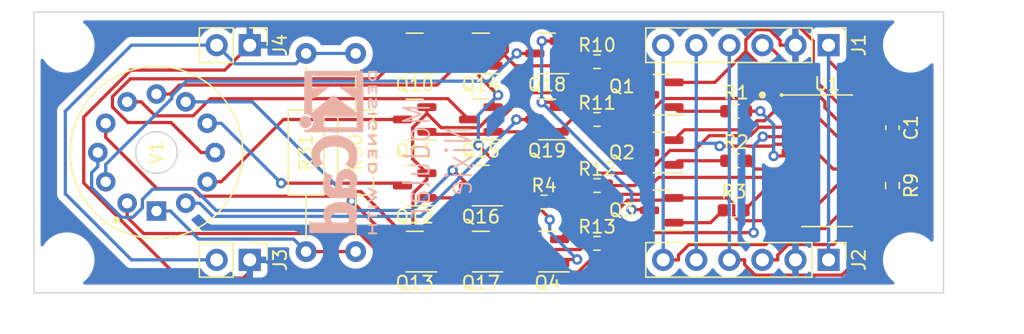
<source format=kicad_pcb>
(kicad_pcb (version 20211014) (generator pcbnew)
  (title_block (date "2022-03-28"))
  (layers (0 "F.Cu" signal) (31 "B.Cu" signal) (34 "B.Paste" user) (35 "F.Paste" user) (36 "B.SilkS" user "B.Silkscreen") (37 "F.SilkS" user "F.Silkscreen") (38 "B.Mask" user) (39 "F.Mask" user) (44 "Edge.Cuts" user))
  (net 0 "")
  (net 1 "VCC")
  (net 2 "GND")
  (net 3 "Net-(J1-Pad6)")
  (net 4 "Net-(J1-Pad3)")
  (net 5 "Net-(J1-Pad4)")
  (net 6 "Net-(J1-Pad5)")
  (net 7 "Net-(J2-Pad3)")
  (net 8 "/HV")
  (net 9 "Net-(Q1-Pad1)")
  (net 10 "Net-(Q1-Pad3)")
  (net 11 "Net-(Q2-Pad1)")
  (net 12 "Net-(Q14-Pad2)")
  (net 13 "Net-(Q3-Pad1)")
  (net 14 "Net-(Q18-Pad2)")
  (net 15 "Net-(Q10-Pad1)")
  (net 16 "/K0")
  (net 17 "Net-(Q11-Pad1)")
  (net 18 "/K1")
  (net 19 "Net-(Q12-Pad1)")
  (net 20 "/K2")
  (net 21 "Net-(Q13-Pad1)")
  (net 22 "/K3")
  (net 23 "/K4")
  (net 24 "/K5")
  (net 25 "/K6")
  (net 26 "/K7")
  (net 27 "/K8")
  (net 28 "/K9")
  (net 29 "/KDP")
  (net 30 "Net-(R1-Pad2)")
  (net 31 "Net-(R2-Pad2)")
  (net 32 "Net-(R3-Pad2)")
  (net 33 "Net-(R10-Pad2)")
  (net 34 "Net-(R11-Pad2)")
  (net 35 "Net-(R12-Pad2)")
  (net 36 "Net-(R13-Pad2)")
  (net 37 "Net-(R30-Pad1)")
  (net 38 "Net-(Q4-Pad1)")
  (net 39 "Net-(R4-Pad2)")
  (footprint "Package_TO_SOT_SMD:SOT-23" (layer "F.Cu") (at 106.2372 71.12 180)
    (fp_text reference "Q4")
    (fp_text value "MMBT5551")
  )
  (footprint "MountingHole:MountingHole_3.2mm_M3" (layer "F.Cu") (at 134.1172 71.755)
    (fp_text reference "H4" hide)
    (fp_text value "MountingHole")
  )
  (footprint "Package_TO_SOT_SMD:SOT-23" (layer "F.Cu") (at 96.0467 66.04 180)
    (fp_text reference "Q12")
    (fp_text value "MMBT5551")
  )
  (footprint "Resistor_SMD:R_0603_1608Metric" (layer "F.Cu") (at 120.5422 67.945)
    (fp_text reference "R3")
    (fp_text value "22k")
  )
  (footprint "Package_SO:SOP-16_3.9x9.9mm_P1.27mm" (layer "F.Cu") (at 127.7172 64.135)
    (fp_text reference "U1")
    (fp_text value "74HC595")
  )
  (footprint "Package_TO_SOT_SMD:SOT-23" (layer "F.Cu") (at 115.0172 63.5 180)
    (fp_text reference "Q2")
    (fp_text value "MMBT5551")
  )
  (footprint "Resistor_THT:R_Axial_DIN0207_L6.3mm_D2.5mm_P15.24mm_Horizontal" (layer "F.Cu") (at 91.5134 71.12 90)
    (fp_text reference "R30")
    (fp_text value "~")
  )
  (footprint "Connector_PinHeader_2.54mm:PinHeader_1x06_P2.54mm_Vertical" (layer "F.Cu") (at 127.8272 55.245 -90)
    (fp_text reference "J1")
    (fp_text value "Feed")
  )
  (footprint "Resistor_SMD:R_0603_1608Metric" (layer "F.Cu") (at 132.7372 66.04 -90)
    (fp_text reference "R9")
    (fp_text value "22k")
  )
  (footprint "Package_TO_SOT_SMD:SOT-23" (layer "F.Cu") (at 101.1267 55.88 180)
    (fp_text reference "Q14")
    (fp_text value "MMBT5551")
  )
  (footprint "Connector_PinHeader_2.54mm:PinHeader_1x06_P2.54mm_Vertical" (layer "F.Cu") (at 127.8272 71.755 -90)
    (fp_text reference "J2")
    (fp_text value "Feed")
  )
  (footprint "Ken:CD71" (layer "F.Cu") (at 76.2134 63.5 90)
    (fp_text reference "V1")
    (fp_text value "CD71")
    (fp_circle (center 0 0) (end 1.6 0) (layer "Edge.Cuts") (width 0.12) (fill none))
  )
  (footprint "MountingHole:MountingHole_3.2mm_M3" (layer "F.Cu") (at 134.1172 55.245)
    (fp_text reference "H3" hide)
    (fp_text value "MountingHole")
  )
  (footprint "MountingHole:MountingHole_3.2mm_M3" (layer "F.Cu") (at 69.3472 55.245)
    (fp_text reference "H1" hide)
    (fp_text value "MountingHole")
  )
  (footprint "Package_TO_SOT_SMD:SOT-23" (layer "F.Cu") (at 115.0172 67.945 180)
    (fp_text reference "Q3")
    (fp_text value "MMBT5551")
  )
  (footprint "Resistor_SMD:R_0603_1608Metric" (layer "F.Cu") (at 110.0472 66.04)
    (fp_text reference "R12")
    (fp_text value "22k")
  )
  (footprint "Capacitor_SMD:C_0603_1608Metric" (layer "F.Cu") (at 132.7372 61.595 -90)
    (fp_text reference "C1")
    (fp_text value "100n")
  )
  (footprint "Package_TO_SOT_SMD:SOT-23" (layer "F.Cu") (at 96.0467 55.88 180)
    (fp_text reference "Q10")
    (fp_text value "MMBT5551")
  )
  (footprint "Package_TO_SOT_SMD:SOT-23" (layer "F.Cu") (at 96.0467 71.12 180)
    (fp_text reference "Q13")
    (fp_text value "MMBT5551")
  )
  (footprint "Package_TO_SOT_SMD:SOT-23" (layer "F.Cu") (at 101.1267 71.12 180)
    (fp_text reference "Q17")
    (fp_text value "MMBT5551")
  )
  (footprint "Connector_PinHeader_2.54mm:PinHeader_1x02_P2.54mm_Vertical" (layer "F.Cu") (at 83.3772 55.245 -90)
    (fp_text reference "J4")
    (fp_text value "HV")
  )
  (footprint "Package_TO_SOT_SMD:SOT-23" (layer "F.Cu") (at 101.1267 60.96 180)
    (fp_text reference "Q15")
    (fp_text value "MMBT5551")
  )
  (footprint "Package_TO_SOT_SMD:SOT-23" (layer "F.Cu") (at 101.1267 66.04 180)
    (fp_text reference "Q16")
    (fp_text value "MMBT5551")
  )
  (footprint "Connector_PinHeader_2.54mm:PinHeader_1x02_P2.54mm_Vertical" (layer "F.Cu") (at 83.3772 71.755 -90)
    (fp_text reference "J3")
    (fp_text value "HV")
  )
  (footprint "Package_TO_SOT_SMD:SOT-23" (layer "F.Cu") (at 106.2067 60.96 180)
    (fp_text reference "Q19")
    (fp_text value "MMBT5551")
  )
  (footprint "Resistor_THT:R_Axial_DIN0207_L6.3mm_D2.5mm_P15.24mm_Horizontal" (layer "F.Cu") (at 87.7034 71.12 90)
    (fp_text reference "R31")
    (fp_text value "~")
  )
  (footprint "Package_TO_SOT_SMD:SOT-23" (layer "F.Cu") (at 106.2067 55.88 180)
    (fp_text reference "Q18")
    (fp_text value "MMBT5551")
  )
  (footprint "Package_TO_SOT_SMD:SOT-23" (layer "F.Cu") (at 115.0172 59.055 180)
    (fp_text reference "Q1")
    (fp_text value "MMBT5551")
  )
  (footprint "Resistor_SMD:R_0603_1608Metric" (layer "F.Cu") (at 120.7322 60.325)
    (fp_text reference "R1")
    (fp_text value "22k")
  )
  (footprint "Resistor_SMD:R_0603_1608Metric" (layer "F.Cu") (at 110.0472 56.515)
    (fp_text reference "R10")
    (fp_text value "22k")
  )
  (footprint "Resistor_SMD:R_0603_1608Metric" (layer "F.Cu") (at 110.0472 60.96)
    (fp_text reference "R11")
    (fp_text value "22k")
  )
  (footprint "Resistor_SMD:R_0603_1608Metric" (layer "F.Cu") (at 105.9779 67.31)
    (fp_text reference "R4")
    (fp_text value "22k")
  )
  (footprint "Package_TO_SOT_SMD:SOT-23" (layer "F.Cu") (at 96.0467 60.96 180)
    (fp_text reference "Q11")
    (fp_text value "MMBT5551")
  )
  (footprint "Resistor_SMD:R_0603_1608Metric" (layer "F.Cu") (at 110.0472 70.485)
    (fp_text reference "R13")
    (fp_text value "22k")
  )
  (footprint "Resistor_SMD:R_0603_1608Metric" (layer "F.Cu") (at 120.7322 64.135)
    (fp_text reference "R2")
    (fp_text value "22k")
  )
  (footprint "MountingHole:MountingHole_3.2mm_M3" (layer "F.Cu") (at 69.3472 71.755)
    (fp_text reference "H2" hide)
    (fp_text value "MountingHole")
  )
  (footprint "Symbol:KiCad-Logo2_5mm_SilkScreen" (layer "B.Cu") (at 90.17 63.5 -90)
    (fp_text reference "REF**" hide)
    (fp_text value "KiCad-Logo2_5mm_SilkScreen" hide)
  )
  (gr_circle (center 124.2172 59.075) (end 124.2172 59.075) (layer "F.SilkS") (width 0.15) (fill none))
  (gr_circle locked (center 122.7472 59.075) (end 122.9472 59.075) (layer "F.SilkS") (width 0.15) (fill solid))
  (gr_line (start 66.8072 74.295) (end 66.8072 52.705) (layer "Edge.Cuts") (width 0.1))
  (gr_line (start 136.6572 52.705) (end 136.6572 74.295) (layer "Edge.Cuts") (width 0.1))
  (gr_line (start 66.8072 52.705) (end 136.6572 52.705) (layer "Edge.Cuts") (width 0.1))
  (gr_line (start 136.6572 74.295) (end 66.8072 74.295) (layer "Edge.Cuts") (width 0.1))
  (gr_text "Modular\nNixie" (at 97.8329 64.135 90) (layer "B.SilkS") (effects (font (size 2 1.5)) (justify mirror)))
  (segment (start 127.8272 55.245) (end 127.8272 56.4203) (width 0.25) (layer "F.Cu") (net 1))
  (segment (start 127.8272 56.4203) (end 130.2172 58.8103) (width 0.25) (layer "F.Cu") (net 1))
  (segment (start 133.5537 61.6365) (end 133.5537 64.3985) (width 0.25) (layer "F.Cu") (net 1))
  (segment (start 133.5537 64.3985) (end 132.7372 65.215) (width 0.25) (layer "F.Cu") (net 1))
  (segment (start 130.2172 58.8103) (end 130.2172 59.69) (width 0.25) (layer "F.Cu") (net 1))
  (segment (start 132.7372 60.82) (end 133.5537 61.6365) (width 0.25) (layer "F.Cu") (net 1))
  (segment (start 131.6072 59.69) (end 132.7372 60.82) (width 0.25) (layer "F.Cu") (net 1))
  (segment (start 130.2172 59.69) (end 131.6072 59.69) (width 0.25) (layer "F.Cu") (net 1))
  (segment (start 127.827 59.3725) (end 127.827 69.4663) (width 0.25) (layer "B.Cu") (net 1))
  (segment (start 127.827 59.3725) (end 127.8272 59.3723) (width 0.25) (layer "B.Cu") (net 1))
  (segment (start 127.827 69.4663) (end 127.8272 69.4665) (width 0.25) (layer "B.Cu") (net 1))
  (segment (start 127.8272 59.3723) (end 127.8272 55.245) (width 0.25) (layer "B.Cu") (net 1))
  (segment (start 127.8272 69.4665) (end 127.8272 71.755) (width 0.25) (layer "B.Cu") (net 1))
  (segment (start 127.827 69.4663) (end 127.827 71.755) (width 0.25) (layer "B.Cu") (net 1))
  (segment (start 127.827 55.245) (end 127.827 59.3725) (width 0.25) (layer "B.Cu") (net 1))
  (segment (start 121.4772 54.8282) (end 121.4772 55.7239) (width 0.25) (layer "F.Cu") (net 2))
  (segment (start 123.3582 57.6049) (end 124.8684 57.6049) (width 0.25) (layer "F.Cu") (net 2))
  (segment (start 70.6304 60.7695) (end 74.2396 57.1603) (width 0.25) (layer "F.Cu") (net 2))
  (segment (start 125.9325 68.58) (end 129.1075 65.405) (width 0.25) (layer "F.Cu") (net 2))
  (segment (start 109.9484 69.67) (end 109.9484 71.3463) (width 0.25) (layer "F.Cu") (net 2))
  (segment (start 126.5499 60.325) (end 123.65 60.325) (width 0.25) (layer "F.Cu") (net 2))
  (segment (start 84.2882 71.755) (end 84.5525 71.755) (width 0.25) (layer "F.Cu") (net 2))
  (segment (start 115.9547 66.995) (end 115.7851 67.1646) (width 0.25) (layer "F.Cu") (net 2))
  (segment (start 120.9462 68.7462) (end 125.051 68.7462) (width 0.25) (layer "F.Cu") (net 2))
  (segment (start 120.0412 66.995) (end 120.5422 67.496) (width 0.25) (layer "F.Cu") (net 2))
  (segment (start 121.6396 61.7545) (end 116.7502 61.7545) (width 0.25) (layer "F.Cu") (net 2))
  (segment (start 123.289 54.0548) (end 122.2506 54.0548) (width 0.25) (layer "F.Cu") (net 2))
  (segment (start 116.7502 61.7545) (end 115.9547 62.55) (width 0.25) (layer "F.Cu") (net 2))
  (segment (start 120.5422 68.3422) (end 120.9462 68.7462) (width 0.25) (layer "F.Cu") (net 2))
  (segment (start 83.9649 71.755) (end 84.2882 71.755) (width 0.25) (layer "F.Cu") (net 2))
  (segment (start 84.2882 71.755) (end 82.8871 73.1561) (width 0.25) (layer "F.Cu") (net 2))
  (segment (start 108.5914 72.7033) (end 85.5008 72.7033) (width 0.25) (layer "F.Cu") (net 2))
  (segment (start 74.2396 57.1603) (end 81.4619 57.1603) (width 0.25) (layer "F.Cu") (net 2))
  (segment (start 131.2554 65.405) (end 131.6072 65.0532) (width 0.25) (layer "F.Cu") (net 2))
  (segment (start 107.6747 69.67) (end 107.1747 70.17) (width 0.25) (layer "F.Cu") (net 2))
  (segment (start 121.4772 55.7239) (end 123.3582 57.6049) (width 0.25) (layer "F.Cu") (net 2))
  (segment (start 119.0961 58.105) (end 115.9547 58.105) (width 0.25) (layer "F.Cu") (net 2))
  (segment (start 129.7249 63.5) (end 126.5499 60.325) (width 0.25) (layer "F.Cu") (net 2))
  (segment (start 82.8871 73.1561) (end 77.9394 73.1561) (width 0.25) (layer "F.Cu") (net 2))
  (segment (start 77.9394 73.1561) (end 70.6304 65.8471) (width 0.25) (layer "F.Cu") (net 2))
  (segment (start 109.9484 69.67) (end 107.6747 69.67) (width 0.25) (layer "F.Cu") (net 2))
  (segment (start 129.1075 65.405) (end 131.2554 65.405) (width 0.25) (layer "F.Cu") (net 2))
  (segment (start 131.6072 63.5) (end 132.7372 62.37) (width 0.25) (layer "F.Cu") (net 2))
  (segment (start 123.65 60.325) (end 122.9179 61.0571) (width 0.25) (layer "F.Cu") (net 2))
  (segment (start 122.337 61.0571) (end 121.6396 61.7545) (width 0.25) (layer "F.Cu") (net 2))
  (segment (start 112.4008 67.1646) (end 109.9484 69.617) (width 0.25) (layer "F.Cu") (net 2))
  (segment (start 70.6304 65.8471) (end 70.6304 60.7695) (width 0.25) (layer "F.Cu") (net 2))
  (segment (start 125.2172 68.58) (end 125.9325 68.58) (width 0.25) (layer "F.Cu") (net 2))
  (segment (start 85.5008 72.7033) (end 84.5525 71.755) (width 0.25) (layer "F.Cu") (net 2))
  (segment (start 122.2506 54.0548) (end 121.4772 54.8282) (width 0.25) (layer "F.Cu") (net 2))
  (segment (start 109.9484 69.617) (end 109.9484 69.67) (width 0.25) (layer "F.Cu") (net 2))
  (segment (start 122.9179 61.0571) (end 122.337 61.0571) (width 0.25) (layer "F.Cu") (net 2))
  (segment (start 120.5422 67.496) (end 120.5422 68.3422) (width 0.25) (layer "F.Cu") (net 2))
  (segment (start 124.1119 54.8777) (end 123.289 54.0548) (width 0.25) (layer "F.Cu") (net 2))
  (segment (start 109.9484 71.3463) (end 108.5914 72.7033) (width 0.25) (layer "F.Cu") (net 2))
  (segment (start 121.4772 55.7239) (end 119.0961 58.105) (width 0.25) (layer "F.Cu") (net 2))
  (segment (start 130.2172 63.5) (end 131.6072 63.5) (width 0.25) (layer "F.Cu") (net 2))
  (segment (start 126.5499 59.2864) (end 126.5499 60.325) (width 0.25) (layer "F.Cu") (net 2))
  (segment (start 125.051 68.7462) (end 125.2172 68.58) (width 0.25) (layer "F.Cu") (net 2))
  (segment (start 115.7851 67.1646) (end 112.4008 67.1646) (width 0.25) (layer "F.Cu") (net 2))
  (segment (start 83.3772 71.755) (end 83.9649 71.755) (width 0.25) (layer "F.Cu") (net 2))
  (segment (start 125.2872 55.245) (end 124.1119 55.245) (width 0.25) (layer "F.Cu") (net 2))
  (segment (start 81.4619 57.1603) (end 83.3772 55.245) (width 0.25) (layer "F.Cu") (net 2))
  (segment (start 130.2172 63.5) (end 129.7249 63.5) (width 0.25) (layer "F.Cu") (net 2))
  (segment (start 131.6072 65.0532) (end 131.6072 63.5) (width 0.25) (layer "F.Cu") (net 2))
  (segment (start 115.9547 66.995) (end 120.0412 66.995) (width 0.25) (layer "F.Cu") (net 2))
  (segment (start 124.8684 57.6049) (end 126.5499 59.2864) (width 0.25) (layer "F.Cu") (net 2))
  (segment (start 124.1119 55.245) (end 124.1119 54.8777) (width 0.25) (layer "F.Cu") (net 2))
  (segment (start 125.287 68.0081) (end 125.287 71.755) (width 0.25) (layer "B.Cu") (net 2))
  (segment (start 125.287 68.0081) (end 125.2872 68.0083) (width 0.25) (layer "B.Cu") (net 2))
  (segment (start 125.2872 68.0083) (end 125.2872 71.755) (width 0.25) (layer "B.Cu") (net 2))
  (segment (start 125.2872 58.976) (end 125.2872 55.245) (width 0.25) (layer "B.Cu") (net 2))
  (segment (start 125.287 55.245) (end 125.287 58.9762) (width 0.25) (layer "B.Cu") (net 2))
  (segment (start 125.287 58.9762) (end 125.287 68.0081) (width 0.25) (layer "B.Cu") (net 2))
  (segment (start 125.287 58.9762) (end 125.2872 58.976) (width 0.25) (layer "B.Cu") (net 2))
  (segment (start 127.5373 69.3568) (end 129.5841 67.31) (width 0.25) (layer "F.Cu") (net 3))
  (segment (start 132.7372 66.865) (end 130.6622 66.865) (width 0.25) (layer "F.Cu") (net 3))
  (segment (start 130.6622 66.865) (end 130.2172 67.31) (width 0.25) (layer "F.Cu") (net 3))
  (segment (start 123.0143 70.5797) (end 124.2372 69.3568) (width 0.25) (layer "F.Cu") (net 3))
  (segment (start 129.5841 67.31) (end 130.2172 67.31) (width 0.25) (layer "F.Cu") (net 3))
  (segment (start 124.2372 69.3568) (end 127.5373 69.3568) (width 0.25) (layer "F.Cu") (net 3))
  (segment (start 116.3025 71.755) (end 116.3025 71.3876) (width 0.25) (layer "F.Cu") (net 3))
  (segment (start 116.3025 71.3876) (end 117.1104 70.5797) (width 0.25) (layer "F.Cu") (net 3))
  (segment (start 115.1272 71.755) (end 116.3025 71.755) (width 0.25) (layer "F.Cu") (net 3))
  (segment (start 117.1104 70.5797) (end 123.0143 70.5797) (width 0.25) (layer "F.Cu") (net 3))
  (segment (start 115.127 70.3975) (end 115.127 71.755) (width 0.25) (layer "B.Cu") (net 3))
  (segment (start 115.127 59.3725) (end 115.127 70.3975) (width 0.25) (layer "B.Cu") (net 3))
  (segment (start 115.127 70.3975) (end 115.1272 70.3977) (width 0.25) (layer "B.Cu") (net 3))
  (segment (start 115.1272 70.3977) (end 115.1272 71.755) (width 0.25) (layer "B.Cu") (net 3))
  (segment (start 115.1272 59.3723) (end 115.1272 55.245) (width 0.25) (layer "B.Cu") (net 3))
  (segment (start 115.127 55.245) (end 115.127 59.3725) (width 0.25) (layer "B.Cu") (net 3))
  (segment (start 115.127 59.3725) (end 115.1272 59.3723) (width 0.25) (layer "B.Cu") (net 3))
  (segment (start 127.5475 59.5949) (end 123.1976 55.245) (width 0.25) (layer "F.Cu") (net 4))
  (segment (start 123.1976 55.245) (end 122.7472 55.245) (width 0.25) (layer "F.Cu") (net 4))
  (segment (start 130.2172 62.23) (end 129.7322 62.23) (width 0.25) (layer "F.Cu") (net 4))
  (segment (start 127.5475 60.0453) (end 127.5475 59.5949) (width 0.25) (layer "F.Cu") (net 4))
  (segment (start 129.7322 62.23) (end 127.5475 60.0453) (width 0.25) (layer "F.Cu") (net 4))
  (segment (start 121.3825 72.1223) (end 122.1906 72.9304) (width 0.25) (layer "F.Cu") (net 5))
  (segment (start 121.3825 71.755) (end 121.3825 72.1223) (width 0.25) (layer "F.Cu") (net 5))
  (segment (start 133.5494 68.2328) (end 133.5494 66.4462) (width 0.25) (layer "F.Cu") (net 5))
  (segment (start 120.2072 71.755) (end 121.3825 71.755) (width 0.25) (layer "F.Cu") (net 5))
  (segment (start 133.1432 66.04) (end 130.2172 66.04) (width 0.25) (layer "F.Cu") (net 5))
  (segment (start 122.1906 72.9304) (end 128.8518 72.9304) (width 0.25) (layer "F.Cu") (net 5))
  (segment (start 128.8518 72.9304) (end 133.5494 68.2328) (width 0.25) (layer "F.Cu") (net 5))
  (segment (start 133.5494 66.4462) (end 133.1432 66.04) (width 0.25) (layer "F.Cu") (net 5))
  (segment (start 120.207 58.8375) (end 120.207 71.0179) (width 0.25) (layer "B.Cu") (net 5))
  (segment (start 120.2072 71.0181) (end 120.2072 71.755) (width 0.25) (layer "B.Cu") (net 5))
  (segment (start 120.207 71.0179) (end 120.207 71.755) (width 0.25) (layer "B.Cu") (net 5))
  (segment (start 120.207 55.245) (end 120.207 58.8375) (width 0.25) (layer "B.Cu") (net 5))
  (segment (start 120.207 71.0179) (end 120.2072 71.0181) (width 0.25) (layer "B.Cu") (net 5))
  (segment (start 120.2072 58.8373) (end 120.2072 55.245) (width 0.25) (layer "B.Cu") (net 5))
  (segment (start 120.207 58.8375) (end 120.2072 58.8373) (width 0.25) (layer "B.Cu") (net 5))
  (segment (start 123.6205 62.865) (end 126.2784 62.865) (width 0.25) (layer "F.Cu") (net 6))
  (segment (start 126.2784 62.865) (end 128.1834 64.77) (width 0.25) (layer "F.Cu") (net 6))
  (segment (start 119.4605 63.0076) (end 123.4779 63.0076) (width 0.25) (layer "F.Cu") (net 6))
  (segment (start 128.1834 64.77) (end 130.2172 64.77) (width 0.25) (layer "F.Cu") (net 6))
  (segment (start 123.4779 63.0076) (end 123.6205 62.865) (width 0.25) (layer "F.Cu") (net 6))
  (via (at 119.4605 63.0076) (size 0.8) (drill 0.4) (layers "F.Cu" "B.Cu") (net 6))
  (segment (start 117.667 58.3406) (end 117.6672 58.3404) (width 0.25) (layer "B.Cu") (net 6))
  (segment (start 117.667 67.2727) (end 117.6672 67.2729) (width 0.25) (layer "B.Cu") (net 6))
  (segment (start 117.667 62.7905) (end 119.2434 62.7905) (width 0.25) (layer "B.Cu") (net 6))
  (segment (start 117.6672 58.3404) (end 117.6672 55.245) (width 0.25) (layer "B.Cu") (net 6))
  (segment (start 117.667 67.2727) (end 117.667 71.755) (width 0.25) (layer "B.Cu") (net 6))
  (segment (start 119.2434 62.7905) (end 119.4605 63.0076) (width 0.25) (layer "B.Cu") (net 6))
  (segment (start 117.6672 67.2729) (end 117.6672 71.755) (width 0.25) (layer "B.Cu") (net 6))
  (segment (start 117.667 58.3406) (end 117.667 62.7905) (width 0.25) (layer "B.Cu") (net 6))
  (segment (start 117.667 55.245) (end 117.667 58.3406) (width 0.25) (layer "B.Cu") (net 6))
  (segment (start 117.667 62.7905) (end 117.667 67.2727) (width 0.25) (layer "B.Cu") (net 6))
  (segment (start 128.2175 70.5797) (end 130.2172 68.58) (width 0.25) (layer "F.Cu") (net 7))
  (segment (start 124.7304 70.5797) (end 128.2175 70.5797) (width 0.25) (layer "F.Cu") (net 7))
  (segment (start 122.7472 71.755) (end 123.9225 71.755) (width 0.25) (layer "F.Cu") (net 7))
  (segment (start 123.9225 71.3876) (end 124.7304 70.5797) (width 0.25) (layer "F.Cu") (net 7))
  (segment (start 123.9225 71.755) (end 123.9225 71.3876) (width 0.25) (layer "F.Cu") (net 7))
  (segment (start 82.2722 56.68) (end 86.9034 56.68) (width 0.25) (layer "B.Cu") (net 8))
  (segment (start 74.295 71.755) (end 80.8372 71.755) (width 0.25) (layer "B.Cu") (net 8))
  (segment (start 80.8372 55.245) (end 82.2722 56.68) (width 0.25) (layer "B.Cu") (net 8))
  (segment (start 80.8372 55.245) (end 74.295 55.245) (width 0.25) (layer "B.Cu") (net 8))
  (segment (start 74.295 55.245) (end 69.215 60.325) (width 0.25) (layer "B.Cu") (net 8))
  (segment (start 69.215 60.325) (end 69.215 66.675) (width 0.25) (layer "B.Cu") (net 8))
  (segment (start 86.9034 56.68) (end 87.7034 55.88) (width 0.25) (layer "B.Cu") (net 8))
  (segment (start 69.215 66.675) (end 74.295 71.755) (width 0.25) (layer "B.Cu") (net 8))
  (segment (start 91.5134 55.88) (end 87.7034 55.88) (width 0.25) (layer "B.Cu") (net 8))
  (segment (start 119.9072 60.325) (end 116.2747 60.325) (width 0.25) (layer "F.Cu") (net 9))
  (segment (start 116.2747 60.325) (end 115.9547 60.005) (width 0.25) (layer "F.Cu") (net 9))
  (segment (start 98.1224 53.7918) (end 96.9842 54.93) (width 0.25) (layer "F.Cu") (net 10))
  (segment (start 98.0764 61.5913) (end 100.9703 61.5913) (width 0.25) (layer "F.Cu") (net 10))
  (segment (start 109.9766 55.9819) (end 107.7865 53.7918) (width 0.25) (layer "F.Cu") (net 10))
  (segment (start 113.9209 58.8962) (end 114.0797 59.055) (width 0.25) (layer "F.Cu") (net 10))
  (segment (start 96.9842 60.4991) (end 98.0764 61.5913) (width 0.25) (layer "F.Cu") (net 10))
  (segment (start 100.9703 61.5913) (end 101.7843 60.7773) (width 0.25) (layer "F.Cu") (net 10))
  (segment (start 95.8843 63.9901) (end 95.8843 61.599) (width 0.25) (layer "F.Cu") (net 10))
  (segment (start 101.7843 60.7773) (end 102.773 60.7773) (width 0.25) (layer "F.Cu") (net 10))
  (segment (start 107.7865 53.7918) (end 98.1224 53.7918) (width 0.25) (layer "F.Cu") (net 10))
  (segment (start 96.9842 65.09) (end 95.8843 63.9901) (width 0.25) (layer "F.Cu") (net 10))
  (segment (start 104.6541 58.8962) (end 109.9766 58.8962) (width 0.25) (layer "F.Cu") (net 10))
  (segment (start 109.9766 58.8962) (end 113.9209 58.8962) (width 0.25) (layer "F.Cu") (net 10))
  (segment (start 102.773 60.7773) (end 104.6541 58.8962) (width 0.25) (layer "F.Cu") (net 10))
  (segment (start 96.9842 70.17) (end 95.9154 69.1012) (width 0.25) (layer "F.Cu") (net 10))
  (segment (start 95.8843 61.599) (end 96.9842 60.4991) (width 0.25) (layer "F.Cu") (net 10))
  (segment (start 109.9766 58.8962) (end 109.9766 55.9819) (width 0.25) (layer "F.Cu") (net 10))
  (segment (start 95.9154 66.6463) (end 96.9842 65.5775) (width 0.25) (layer "F.Cu") (net 10))
  (segment (start 96.9842 65.5775) (end 96.9842 65.09) (width 0.25) (layer "F.Cu") (net 10))
  (segment (start 96.9842 60.4991) (end 96.9842 60.01) (width 0.25) (layer "F.Cu") (net 10))
  (segment (start 95.9154 69.1012) (end 95.9154 66.6463) (width 0.25) (layer "F.Cu") (net 10))
  (segment (start 116.2697 64.135) (end 119.9072 64.135) (width 0.25) (layer "F.Cu") (net 11))
  (segment (start 115.9547 64.45) (end 116.2697 64.135) (width 0.25) (layer "F.Cu") (net 11))
  (segment (start 102.0642 65.09) (end 102.0642 64.0801) (width 0.25) (layer "F.Cu") (net 12))
  (segment (start 108.725 66.8596) (end 109.6426 66.8596) (width 0.25) (layer "F.Cu") (net 12))
  (segment (start 109.6426 66.8596) (end 109.9484 66.5538) (width 0.25) (layer "F.Cu") (net 12))
  (segment (start 102.0642 55.4175) (end 102.0642 54.93) (width 0.25) (layer "F.Cu") (net 12))
  (segment (start 102.0642 70.17) (end 102.0642 69.0966) (width 0.25) (layer "F.Cu") (net 12))
  (segment (start 114.0797 63.5) (end 112.4897 65.09) (width 0.25) (layer "F.Cu") (net 12))
  (segment (start 102.448 59.0877) (end 100.9911 57.6308) (width 0.25) (layer "F.Cu") (net 12))
  (segment (start 102.448 59.0877) (end 102.0642 59.4715) (width 0.25) (layer "F.Cu") (net 12))
  (segment (start 102.0642 69.0966) (end 104.652 66.5088) (width 0.25) (layer "F.Cu") (net 12))
  (segment (start 109.9484 65.09) (end 102.0642 65.09) (width 0.25) (layer "F.Cu") (net 12))
  (segment (start 102.0642 59.4715) (end 102.0642 60.01) (width 0.25) (layer "F.Cu") (net 12))
  (segment (start 108.3742 66.5088) (end 108.725 66.8596) (width 0.25) (layer "F.Cu") (net 12))
  (segment (start 100.9911 56.4906) (end 102.0642 55.4175) (width 0.25) (layer "F.Cu") (net 12))
  (segment (start 100.9911 57.6308) (end 100.9911 56.4906) (width 0.25) (layer "F.Cu") (net 12))
  (segment (start 112.4897 65.09) (end 109.9484 65.09) (width 0.25) (layer "F.Cu") (net 12))
  (segment (start 102.0642 64.0801) (end 100.9335 62.9494) (width 0.25) (layer "F.Cu") (net 12))
  (segment (start 109.9484 66.5538) (end 109.9484 65.09) (width 0.25) (layer "F.Cu") (net 12))
  (segment (start 104.652 66.5088) (end 108.3742 66.5088) (width 0.25) (layer "F.Cu") (net 12))
  (via (at 100.9335 62.9494) (size 0.8) (drill 0.4) (layers "F.Cu" "B.Cu") (net 12))
  (via (at 102.448 59.0877) (size 0.8) (drill 0.4) (layers "F.Cu" "B.Cu") (net 12))
  (segment (start 100.9335 60.6022) (end 100.9335 62.9494) (width 0.25) (layer "B.Cu") (net 12))
  (segment (start 102.448 59.0877) (end 100.9335 60.6022) (width 0.25) (layer "B.Cu") (net 12))
  (segment (start 118.7672 68.895) (end 119.7172 67.945) (width 0.25) (layer "F.Cu") (net 13))
  (segment (start 115.9547 68.895) (end 118.7672 68.895) (width 0.25) (layer "F.Cu") (net 13))
  (segment (start 105.7949 59.6358) (end 106.77 59.6358) (width 0.25) (layer "F.Cu") (net 14))
  (segment (start 112.7012 67.8899) (end 114.0246 67.8899) (width 0.25) (layer "F.Cu") (net 14))
  (segment (start 107.1442 54.93) (end 105.8045 54.93) (width 0.25) (layer "F.Cu") (net 14))
  (segment (start 106.77 59.6358) (end 107.1442 60.01) (width 0.25) (layer "F.Cu") (net 14))
  (segment (start 114.0246 67.8899) (end 114.0797 67.945) (width 0.25) (layer "F.Cu") (net 14))
  (via (at 105.8045 54.93) (size 0.8) (drill 0.4) (layers "F.Cu" "B.Cu") (net 14))
  (via (at 112.7012 67.8899) (size 0.8) (drill 0.4) (layers "F.Cu" "B.Cu") (net 14))
  (via (at 105.7949 59.6358) (size 0.8) (drill 0.4) (layers "F.Cu" "B.Cu") (net 14))
  (segment (start 105.7949 59.6358) (end 112.7012 66.5421) (width 0.25) (layer "B.Cu") (net 14))
  (segment (start 112.7012 66.5421) (end 112.7012 67.8899) (width 0.25) (layer "B.Cu") (net 14))
  (segment (start 105.7949 54.9396) (end 105.8045 54.93) (width 0.25) (layer "B.Cu") (net 14))
  (segment (start 105.7949 59.6358) (end 105.7949 54.9396) (width 0.25) (layer "B.Cu") (net 14))
  (segment (start 99.5366 54.2776) (end 102.8232 54.2776) (width 0.25) (layer "F.Cu") (net 15))
  (segment (start 109.2222 56.515) (end 107.4592 56.515) (width 0.25) (layer "F.Cu") (net 15))
  (segment (start 102.9116 55.9826) (end 102.0642 56.83) (width 0.25) (layer "F.Cu") (net 15))
  (segment (start 103.1546 54.609) (end 103.1546 55.7396) (width 0.25) (layer "F.Cu") (net 15))
  (segment (start 102.8232 54.2776) (end 103.1546 54.609) (width 0.25) (layer "F.Cu") (net 15))
  (segment (start 107.4592 56.515) (end 107.1442 56.83) (width 0.25) (layer "F.Cu") (net 15))
  (segment (start 103.759 56.83) (end 102.9116 55.9826) (width 0.25) (layer "F.Cu") (net 15))
  (segment (start 103.1546 55.7396) (end 102.9116 55.9826) (width 0.25) (layer "F.Cu") (net 15))
  (segment (start 96.9842 56.83) (end 99.5366 54.2776) (width 0.25) (layer "F.Cu") (net 15))
  (segment (start 107.1442 56.83) (end 103.759 56.83) (width 0.25) (layer "F.Cu") (net 15))
  (segment (start 77.3304 61.1923) (end 79.6381 63.5) (width 0.25) (layer "F.Cu") (net 16))
  (segment (start 72.8375 59.2013) (end 72.8375 60.0088) (width 0.25) (layer "F.Cu") (net 16))
  (segment (start 95.1092 55.88) (end 93.1571 57.8321) (width 0.25) (layer "F.Cu") (net 16))
  (segment (start 72.8375 60.0088) (end 74.021 61.1923) (width 0.25) (layer "F.Cu") (net 16))
  (segment (start 80.7134 63.5) (end 79.6381 63.5) (width 0.25) (layer "F.Cu") (net 16))
  (segment (start 93.1571 57.8321) (end 74.2067 57.8321) (width 0.25) (layer "F.Cu") (net 16))
  (segment (start 74.2067 57.8321) (end 72.8375 59.2013) (width 0.25) (layer "F.Cu") (net 16))
  (segment (start 74.021 61.1923) (end 77.3304 61.1923) (width 0.25) (layer "F.Cu") (net 16))
  (segment (start 102.0642 61.91) (end 107.1442 61.91) (width 0.25) (layer "F.Cu") (net 17))
  (segment (start 107.1442 61.91) (end 108.0942 60.96) (width 0.25) (layer "F.Cu") (net 17))
  (segment (start 96.9842 61.91) (end 97.1685 62.0943) (width 0.25) (layer "F.Cu") (net 17))
  (segment (start 108.0942 60.96) (end 109.2222 60.96) (width 0.25) (layer "F.Cu") (net 17))
  (segment (start 97.1685 62.0943) (end 101.8799 62.0943) (width 0.25) (layer "F.Cu") (net 17))
  (segment (start 101.8799 62.0943) (end 102.0642 61.91) (width 0.25) (layer "F.Cu") (net 17))
  (segment (start 80.1105 65.75) (end 81.1858 65.75) (width 0.25) (layer "F.Cu") (net 18))
  (segment (start 95.1092 60.96) (end 85.9758 60.96) (width 0.25) (layer "F.Cu") (net 18))
  (segment (start 85.9758 60.96) (end 81.1858 65.75) (width 0.25) (layer "F.Cu") (net 18))
  (segment (start 102.0642 66.99) (end 96.9842 66.99) (width 0.25) (layer "F.Cu") (net 19))
  (segment (start 109.2222 66.04) (end 103.0142 66.04) (width 0.25) (layer "F.Cu") (net 19))
  (segment (start 103.0142 66.04) (end 102.0642 66.99) (width 0.25) (layer "F.Cu") (net 19))
  (segment (start 95.1092 66.04) (end 94.9256 65.8564) (width 0.25) (layer "F.Cu") (net 20))
  (segment (start 94.9256 65.8564) (end 85.7922 65.8564) (width 0.25) (layer "F.Cu") (net 20))
  (via (at 85.7922 65.8564) (size 0.8) (drill 0.4) (layers "F.Cu" "B.Cu") (net 20))
  (segment (start 81.1858 61.25) (end 85.7922 65.8564) (width 0.25) (layer "B.Cu") (net 20))
  (segment (start 80.1105 61.25) (end 81.1858 61.25) (width 0.25) (layer "B.Cu") (net 20))
  (segment (start 102.0642 72.07) (end 101.8952 72.239) (width 0.25) (layer "F.Cu") (net 21))
  (segment (start 101.8952 72.239) (end 97.1532 72.239) (width 0.25) (layer "F.Cu") (net 21))
  (segment (start 105.7623 72.07) (end 102.0642 72.07) (width 0.25) (layer "F.Cu") (net 21))
  (segment (start 109.2222 70.485) (end 108.7465 70.9607) (width 0.25) (layer "F.Cu") (net 21))
  (segment (start 108.7465 70.9607) (end 106.8716 70.9607) (width 0.25) (layer "F.Cu") (net 21))
  (segment (start 106.8716 70.9607) (end 105.7623 72.07) (width 0.25) (layer "F.Cu") (net 21))
  (segment (start 97.1532 72.239) (end 96.9842 72.07) (width 0.25) (layer "F.Cu") (net 21))
  (segment (start 95.0955 71.12) (end 91.207 67.2315) (width 0.25) (layer "F.Cu") (net 22))
  (segment (start 95.1092 71.12) (end 95.0955 71.12) (width 0.25) (layer "F.Cu") (net 22))
  (via (at 91.207 67.2315) (size 0.8) (drill 0.4) (layers "F.Cu" "B.Cu") (net 22))
  (segment (start 83.5784 59.6029) (end 78.4634 59.6029) (width 0.25) (layer "B.Cu") (net 22))
  (segment (start 91.207 67.2315) (end 83.5784 59.6029) (width 0.25) (layer "B.Cu") (net 22))
  (segment (start 76.2134 59) (end 77.2887 59) (width 0.25) (layer "F.Cu") (net 23))
  (segment (start 77.9789 58.3098) (end 77.2887 59) (width 0.25) (layer "F.Cu") (net 23))
  (segment (start 100.1892 55.88) (end 97.7594 58.3098) (width 0.25) (layer "F.Cu") (net 23))
  (segment (start 97.7594 58.3098) (end 77.9789 58.3098) (width 0.25) (layer "F.Cu") (net 23))
  (segment (start 76.114 60.6782) (end 75.0387 59.6029) (width 0.25) (layer "F.Cu") (net 24))
  (segment (start 73.9634 59.6029) (end 75.0387 59.6029) (width 0.25) (layer "F.Cu") (net 24))
  (segment (start 100.1892 60.96) (end 98.5889 59.3597) (width 0.25) (layer "F.Cu") (net 24))
  (segment (start 79.0352 60.6782) (end 76.114 60.6782) (width 0.25) (layer "F.Cu") (net 24))
  (segment (start 98.5889 59.3597) (end 80.3537 59.3597) (width 0.25) (layer "F.Cu") (net 24))
  (segment (start 80.3537 59.3597) (end 79.0352 60.6782) (width 0.25) (layer "F.Cu") (net 24))
  (segment (start 100.1892 66.04) (end 99.0361 64.8869) (width 0.25) (layer "F.Cu") (net 25))
  (segment (start 99.0361 64.8869) (end 98.9567 64.8869) (width 0.25) (layer "F.Cu") (net 25))
  (via (at 98.9567 64.8869) (size 0.8) (drill 0.4) (layers "F.Cu" "B.Cu") (net 25))
  (segment (start 80.7966 67.957) (end 79.1613 66.3217) (width 0.25) (layer "B.Cu") (net 25))
  (segment (start 71.7134 63.5) (end 71.7134 64.5753) (width 0.25) (layer "B.Cu") (net 25))
  (segment (start 71.2329 65.0558) (end 71.7134 64.5753) (width 0.25) (layer "B.Cu") (net 25))
  (segment (start 74.4046 68.4805) (end 73.526 68.4805) (width 0.25) (layer "B.Cu") (net 25))
  (segment (start 98.9567 64.8869) (end 95.8866 67.957) (width 0.25) (layer "B.Cu") (net 25))
  (segment (start 75.9166 66.3217) (end 75.138 67.1003) (width 0.25) (layer "B.Cu") (net 25))
  (segment (start 71.2329 66.1874) (end 71.2329 65.0558) (width 0.25) (layer "B.Cu") (net 25))
  (segment (start 73.526 68.4805) (end 71.2329 66.1874) (width 0.25) (layer "B.Cu") (net 25))
  (segment (start 95.8866 67.957) (end 80.7966 67.957) (width 0.25) (layer "B.Cu") (net 25))
  (segment (start 79.1613 66.3217) (end 75.9166 66.3217) (width 0.25) (layer "B.Cu") (net 25))
  (segment (start 75.138 67.7471) (end 74.4046 68.4805) (width 0.25) (layer "B.Cu") (net 25))
  (segment (start 75.138 67.1003) (end 75.138 67.7471) (width 0.25) (layer "B.Cu") (net 25))
  (segment (start 100.0616 70.9924) (end 96.3942 70.9924) (width 0.25) (layer "F.Cu") (net 26))
  (segment (start 72.3163 62.3375) (end 72.3163 61.25) (width 0.25) (layer "F.Cu") (net 26))
  (segment (start 90.9066 66.5062) (end 90.5564 66.8564) (width 0.25) (layer "F.Cu") (net 26))
  (segment (start 91.908 66.5062) (end 90.9066 66.5062) (width 0.25) (layer "F.Cu") (net 26))
  (segment (start 90.5564 66.8564) (end 79.5698 66.8564) (width 0.25) (layer "F.Cu") (net 26))
  (segment (start 79.5698 66.8564) (end 78.9928 66.2794) (width 0.25) (layer "F.Cu") (net 26))
  (segment (start 76.2582 66.2794) (end 72.3163 62.3375) (width 0.25) (layer "F.Cu") (net 26))
  (segment (start 78.9928 66.2794) (end 76.2582 66.2794) (width 0.25) (layer "F.Cu") (net 26))
  (segment (start 96.3942 70.9924) (end 91.908 66.5062) (width 0.25) (layer "F.Cu") (net 26))
  (segment (start 100.1892 71.12) (end 100.0616 70.9924) (width 0.25) (layer "F.Cu") (net 26))
  (segment (start 105.2692 55.88) (end 103.8799 55.88) (width 0.25) (layer "F.Cu") (net 27))
  (via (at 103.8799 55.88) (size 0.8) (drill 0.4) (layers "F.Cu" "B.Cu") (net 27))
  (segment (start 72.3163 64.418) (end 77.388 59.3463) (width 0.25) (layer "B.Cu") (net 27))
  (segment (start 77.388 59.3463) (end 77.388 59.1398) (width 0.25) (layer "B.Cu") (net 27))
  (segment (start 77.388 59.1398) (end 78.5153 58.0125) (width 0.25) (layer "B.Cu") (net 27))
  (segment (start 72.3163 65.75) (end 72.3163 64.418) (width 0.25) (layer "B.Cu") (net 27))
  (segment (start 101.7474 58.0125) (end 103.8799 55.88) (width 0.25) (layer "B.Cu") (net 27))
  (segment (start 78.5153 58.0125) (end 101.7474 58.0125) (width 0.25) (layer "B.Cu") (net 27))
  (segment (start 105.2692 60.96) (end 103.8479 60.96) (width 0.25) (layer "F.Cu") (net 28))
  (via (at 103.8479 60.96) (size 0.8) (drill 0.4) (layers "F.Cu" "B.Cu") (net 28))
  (segment (start 79.5387 67.3971) (end 80.5519 68.4103) (width 0.25) (layer "B.Cu") (net 28))
  (segment (start 80.5519 68.4103) (end 96.5183 68.4103) (width 0.25) (layer "B.Cu") (net 28))
  (segment (start 103.8479 61.0807) (end 103.8479 60.96) (width 0.25) (layer "B.Cu") (net 28))
  (segment (start 78.4634 67.3971) (end 79.5387 67.3971) (width 0.25) (layer "B.Cu") (net 28))
  (segment (start 96.5183 68.4103) (end 103.8479 61.0807) (width 0.25) (layer "B.Cu") (net 28))
  (segment (start 73.9634 67.3971) (end 73.9634 68.4724) (width 0.25) (layer "F.Cu") (net 29))
  (segment (start 101.6018 71.12) (end 105.2997 71.12) (width 0.25) (layer "F.Cu") (net 29))
  (segment (start 100.9332 71.7886) (end 101.6018 71.12) (width 0.25) (layer "F.Cu") (net 29))
  (segment (start 93.8595 71.7638) (end 95.8779 71.7638) (width 0.25) (layer "F.Cu") (net 29))
  (segment (start 96.1989 71.4428) (end 98.5491 71.4428) (width 0.25) (layer "F.Cu") (net 29))
  (segment (start 91.8282 69.7325) (end 93.8595 71.7638) (width 0.25) (layer "F.Cu") (net 29))
  (segment (start 98.5491 71.4428) (end 98.8949 71.7886) (width 0.25) (layer "F.Cu") (net 29))
  (segment (start 73.9634 68.4724) (end 75.2235 69.7325) (width 0.25) (layer "F.Cu") (net 29))
  (segment (start 75.2235 69.7325) (end 91.8282 69.7325) (width 0.25) (layer "F.Cu") (net 29))
  (segment (start 98.8949 71.7886) (end 100.9332 71.7886) (width 0.25) (layer "F.Cu") (net 29))
  (segment (start 95.8779 71.7638) (end 96.1989 71.4428) (width 0.25) (layer "F.Cu") (net 29))
  (segment (start 125.2172 63.5) (end 124.956 63.7612) (width 0.25) (layer "F.Cu") (net 30))
  (segment (start 124.956 63.7612) (end 123.6102 63.7612) (width 0.25) (layer "F.Cu") (net 30))
  (segment (start 121.5572 60.325) (end 122.5863 60.325) (width 0.25) (layer "F.Cu") (net 30))
  (via (at 122.5863 60.325) (size 0.8) (drill 0.4) (layers "F.Cu" "B.Cu") (net 30))
  (via (at 123.6102 63.7612) (size 0.8) (drill 0.4) (layers "F.Cu" "B.Cu") (net 30))
  (segment (start 123.6102 61.3489) (end 122.5863 60.325) (width 0.25) (layer "B.Cu") (net 30))
  (segment (start 123.6102 63.7612) (end 123.6102 61.3489) (width 0.25) (layer "B.Cu") (net 30))
  (segment (start 121.5572 64.135) (end 122.1922 64.77) (width 0.25) (layer "F.Cu") (net 31))
  (segment (start 122.1922 64.77) (end 125.2172 64.77) (width 0.25) (layer "F.Cu") (net 31))
  (segment (start 125.2172 66.04) (end 123.2722 66.04) (width 0.25) (layer "F.Cu") (net 32))
  (segment (start 123.2722 66.04) (end 121.3672 67.945) (width 0.25) (layer "F.Cu") (net 32))
  (segment (start 110.8722 56.515) (end 113.8344 53.5528) (width 0.25) (layer "F.Cu") (net 33))
  (segment (start 129.814 60.96) (end 130.2172 60.96) (width 0.25) (layer "F.Cu") (net 33))
  (segment (start 125.2914 53.5528) (end 126.6518 54.9132) (width 0.25) (layer "F.Cu") (net 33))
  (segment (start 113.8344 53.5528) (end 125.2914 53.5528) (width 0.25) (layer "F.Cu") (net 33))
  (segment (start 126.6518 54.9132) (end 126.6518 57.7978) (width 0.25) (layer "F.Cu") (net 33))
  (segment (start 126.6518 57.7978) (end 129.814 60.96) (width 0.25) (layer "F.Cu") (net 33))
  (segment (start 124.8753 59.3481) (end 125.2172 59.69) (width 0.25) (layer "F.Cu") (net 34))
  (segment (start 115.1991 59.3481) (end 124.8753 59.3481) (width 0.25) (layer "F.Cu") (net 34))
  (segment (start 110.8722 60.96) (end 113.5872 60.96) (width 0.25) (layer "F.Cu") (net 34))
  (segment (start 113.5872 60.96) (end 115.1991 59.3481) (width 0.25) (layer "F.Cu") (net 34))
  (segment (start 121.8262 62.2048) (end 118.6627 62.2048) (width 0.25) (layer "F.Cu") (net 35))
  (segment (start 118.6627 62.2048) (end 117.5233 63.3442) (width 0.25) (layer "F.Cu") (net 35))
  (segment (start 112.9521 66.04) (end 110.8722 66.04) (width 0.25) (layer "F.Cu") (net 35))
  (segment (start 125.2172 60.96) (end 124.623 61.5542) (width 0.25) (layer "F.Cu") (net 35))
  (segment (start 117.5233 63.3442) (end 115.6479 63.3442) (width 0.25) (layer "F.Cu") (net 35))
  (segment (start 124.623 61.5542) (end 122.4768 61.5542) (width 0.25) (layer "F.Cu") (net 35))
  (segment (start 122.4768 61.5542) (end 121.8262 62.2048) (width 0.25) (layer "F.Cu") (net 35))
  (segment (start 115.6479 63.3442) (end 112.9521 66.04) (width 0.25) (layer "F.Cu") (net 35))
  (segment (start 111.6943 69.6629) (end 122.0768 69.6629) (width 0.25) (layer "F.Cu") (net 36))
  (segment (start 125.1677 62.2795) (end 125.2172 62.23) (width 0.25) (layer "F.Cu") (net 36))
  (segment (start 122.7772 62.2795) (end 125.1677 62.2795) (width 0.25) (layer "F.Cu") (net 36))
  (segment (start 110.8722 70.485) (end 111.6943 69.6629) (width 0.25) (layer "F.Cu") (net 36))
  (via (at 122.7772 62.2795) (size 0.8) (drill 0.4) (layers "F.Cu" "B.Cu") (net 36))
  (via (at 122.0768 69.6629) (size 0.8) (drill 0.4) (layers "F.Cu" "B.Cu") (net 36))
  (segment (start 122.0768 69.6629) (end 122.0768 62.9799) (width 0.25) (layer "B.Cu") (net 36))
  (segment (start 122.0768 62.9799) (end 122.7772 62.2795) (width 0.25) (layer "B.Cu") (net 36))
  (segment (start 87.7034 71.12) (end 91.5134 71.12) (width 0.25) (layer "F.Cu") (net 37))
  (segment (start 79.4469 70.1582) (end 86.7416 70.1582) (width 0.25) (layer "B.Cu") (net 37))
  (segment (start 76.2134 68) (end 77.2887 68) (width 0.25) (layer "B.Cu") (net 37))
  (segment (start 77.2887 68) (end 79.4469 70.1582) (width 0.25) (layer "B.Cu") (net 37))
  (segment (start 86.7416 70.1582) (end 87.7034 71.12) (width 0.25) (layer "B.Cu") (net 37))
  (segment (start 107.1747 72.07) (end 107.5187 71.726) (width 0.25) (layer "F.Cu") (net 38))
  (segment (start 107.5187 71.726) (end 108.5191 71.726) (width 0.25) (layer "F.Cu") (net 38))
  (segment (start 105.1529 67.31) (end 106.414 68.5711) (width 0.25) (layer "F.Cu") (net 38))
  (segment (start 108.5191 71.726) (end 108.5191 71.7259) (width 0.25) (layer "F.Cu") (net 38))
  (segment (start 106.414 68.5711) (end 106.414 68.6654) (width 0.25) (layer "F.Cu") (net 38))
  (via (at 108.5191 71.7259) (size 0.8) (drill 0.4) (layers "F.Cu" "B.Cu") (net 38))
  (via (at 106.414 68.6654) (size 0.8) (drill 0.4) (layers "F.Cu" "B.Cu") (net 38))
  (segment (start 106.414 68.6654) (end 106.414 69.6208) (width 0.25) (layer "B.Cu") (net 38))
  (segment (start 106.414 69.6208) (end 108.5191 71.7259) (width 0.25) (layer "B.Cu") (net 38))
  (segment (start 125.6297 67.31) (end 126.5454 66.3943) (width 0.25) (layer "F.Cu") (net 39))
  (segment (start 114.7805 65.4129) (end 113.4791 66.7143) (width 0.25) (layer "F.Cu") (net 39))
  (segment (start 126.337 65.4129) (end 114.7805 65.4129) (width 0.25) (layer "F.Cu") (net 39))
  (segment (start 126.5454 66.3943) (end 126.5454 65.6213) (width 0.25) (layer "F.Cu") (net 39))
  (segment (start 126.5454 65.6213) (end 126.337 65.4129) (width 0.25) (layer "F.Cu") (net 39))
  (segment (start 125.2172 67.31) (end 125.6297 67.31) (width 0.25) (layer "F.Cu") (net 39))
  (segment (start 111.3061 67.31) (end 106.8029 67.31) (width 0.25) (layer "F.Cu") (net 39))
  (segment (start 111.9018 66.7143) (end 111.3061 67.31) (width 0.25) (layer "F.Cu") (net 39))
  (segment (start 113.4791 66.7143) (end 111.9018 66.7143) (width 0.25) (layer "F.Cu") (net 39))
  (zone (net 2) (net_name "GND") (layer "B.Cu") (connect_pads (clearance 0.508)) (min_thickness 0.254) (fill yes (thermal_gap 0.508) (thermal_bridge_width 0.508))
    (polygon (pts (xy 135.89 73.66) (xy 67.31 73.66) (xy 67.31 53.34) (xy 135.89 53.34)))
  )
)
</source>
